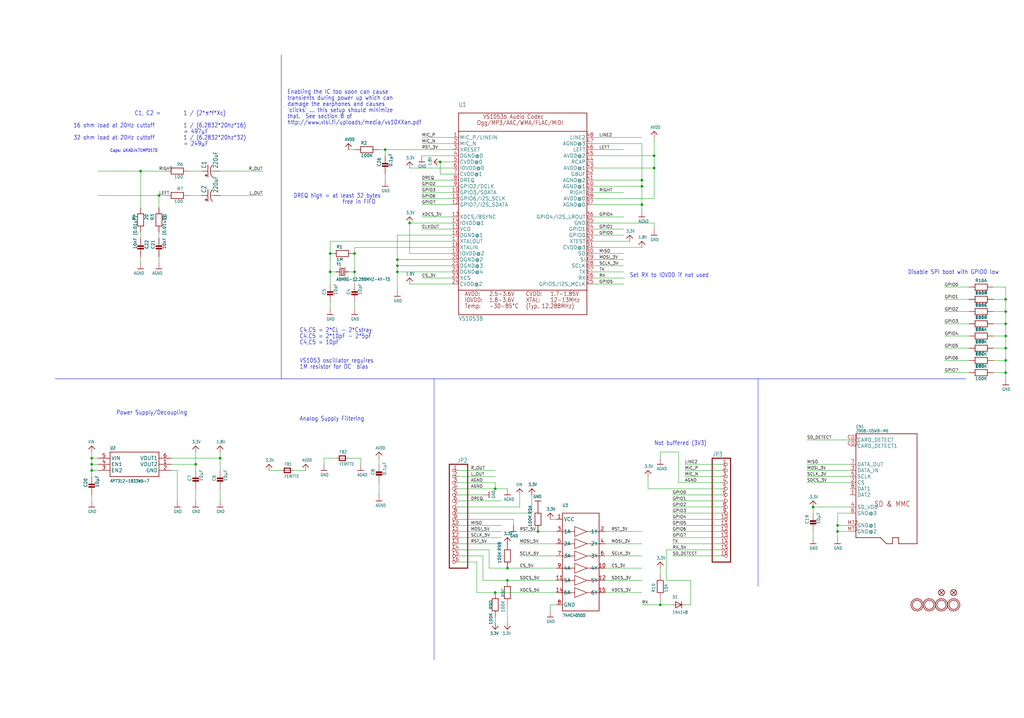
<source format=kicad_sch>
(kicad_sch (version 20250114) (generator "eeschema") (generator_version "9.0")
  (paper "User" 425.45 298.602)
  (text "= 497µF" (at 76.2 55.88 0) (effects (font (size 1.778 1.5113)) (justify left bottom)))
  (text "Not buffered (3V3)~{}" (at 271.78 185.42 0) (effects (font (size 1.778 1.5113)) (justify left bottom)))
  (text "free in FIFO" (at 142.24 85.09 0) (effects (font (size 1.778 1.5113)) (justify left bottom)))
  (text "Power Supply/Decoupling" (at 48.26 172.72 0) (effects (font (size 1.778 1.5113)) (justify left bottom)))
  (text "32 ohm load at 20Hz cuttoff" (at 30.48 58.42 0) (effects (font (size 1.778 1.5113)) (justify left bottom)))
  (text "= 249µF" (at 76.2 60.96 0) (effects (font (size 1.778 1.5113)) (justify left bottom)))
  (text "Analog Supply Filtering" (at 124.46 175.26 0) (effects (font (size 1.778 1.5113)) (justify left bottom)))
  (text "1M resistor for DC  bias" (at 124.46 153.67 0) (effects (font (size 1.778 1.5113)) (justify left bottom)))
  (text "C4,C5 = 10pF" (at 124.46 143.51 0) (effects (font (size 1.778 1.5113)) (justify left bottom)))
  (text "'clicks' ... this setup should minimize" (at 119.38 46.99 0) (effects (font (size 1.778 1.5113)) (justify left bottom)))
  (text "C4,C5 = 2*10pF - 2*5pF" (at 124.46 140.97 0) (effects (font (size 1.778 1.5113)) (justify left bottom)))
  (text "Caps: UKA0J471MPD1TD" (at 45.72 63.5 0) (effects (font (size 1.27 1.0795)) (justify left bottom)))
  (text "16 ohm load at 20Hz cuttoff" (at 30.48 53.34 0) (effects (font (size 1.778 1.5113)) (justify left bottom)))
  (text "1 / (6.2832*20hz*16)" (at 76.2 53.34 0) (effects (font (size 1.778 1.5113)) (justify left bottom)))
  (text "Set RX to IOVDD if not used" (at 261.62 115.57 0) (effects (font (size 1.778 1.5113)) (justify left bottom)))
  (text "http://www.vlsi.fi/uploads/media/vs10XXan.pdf" (at 119.38 52.07 0) (effects (font (size 1.778 1.5113)) (justify left bottom)))
  (text "that.  See section 8 of" (at 119.38 49.53 0) (effects (font (size 1.778 1.5113)) (justify left bottom)))
  (text "DREQ high = at least 32 bytes" (at 121.92 82.55 0) (effects (font (size 1.778 1.5113)) (justify left bottom)))
  (text "1 / (6.2832*20hz*32)" (at 76.2 58.42 0) (effects (font (size 1.778 1.5113)) (justify left bottom)))
  (text "C4,C5 = 2*CL - 2*Cstray" (at 124.46 138.43 0) (effects (font (size 1.778 1.5113)) (justify left bottom)))
  (text "VS1053 oscillator requires" (at 124.46 151.13 0) (effects (font (size 1.778 1.5113)) (justify left bottom)))
  (text "Enabling the IC too soon can cause" (at 119.38 39.37 0) (effects (font (size 1.778 1.5113)) (justify left bottom)))
  (text "C1, C2 =" (at 55.88 48.26 0) (effects (font (size 1.778 1.5113)) (justify left bottom)))
  (text "Disable SPI boot with GPIO0 low" (at 377.19 114.3 0) (effects (font (size 1.778 1.5113)) (justify left bottom)))
  (text "damage the earphones and causes" (at 119.38 44.45 0) (effects (font (size 1.778 1.5113)) (justify left bottom)))
  (text "transients during power up which can" (at 119.38 41.91 0) (effects (font (size 1.778 1.5113)) (justify left bottom)))
  (text "1 / (2*π*f*Xc)" (at 76.2 48.26 0) (effects (font (size 1.778 1.5113)) (justify left bottom)))
  (junction (at 274.32 251.46))
  (junction (at 147.32 113.03))
  (junction (at 182.88 67.31))
  (junction (at 417.83 139.7))
  (junction (at 38.1 193.04))
  (junction (at 417.83 129.54))
  (junction (at 165.1 113.03))
  (junction (at 271.78 69.85))
  (junction (at 165.1 107.95))
  (junction (at 266.7 85.09))
  (junction (at 38.1 190.5))
  (junction (at 81.28 193.04))
  (junction (at 223.52 220.98))
  (junction (at 337.82 210.82))
  (junction (at 91.44 190.5))
  (junction (at 147.32 105.41))
  (junction (at 38.1 195.58))
  (junction (at 210.82 241.3))
  (junction (at 165.1 110.49))
  (junction (at 66.04 81.28))
  (junction (at 160.02 62.23))
  (junction (at 417.83 134.62))
  (junction (at 137.16 113.03))
  (junction (at 205.74 246.38))
  (junction (at 170.18 92.71))
  (junction (at 137.16 105.41))
  (junction (at 266.7 77.47))
  (junction (at 417.83 124.46))
  (junction (at 417.83 144.78))
  (junction (at 266.7 74.93))
  (junction (at 58.42 71.12))
  (junction (at 347.98 218.44))
  (junction (at 271.78 64.77))
  (junction (at 417.83 154.94))
  (junction (at 417.83 149.86))
  (junction (at 210.82 236.22))
  (junction (at 347.98 220.98))
  (junction (at 205.74 203.2))
  (wire (pts (xy 137.16 105.41) (xy 137.16 113.03)) (stroke (width 0.1524)))
  (wire (pts (xy 274.32 251.46) (xy 266.7 251.46)) (stroke (width 0.1524)))
  (wire (pts (xy 215.9 220.98) (xy 223.52 220.98)) (stroke (width 0.1524)))
  (wire (pts (xy 402.59 149.86) (xy 392.43 149.86)) (stroke (width 0.1524)))
  (wire (pts (xy 402.59 154.94) (xy 392.43 154.94)) (stroke (width 0.1524)))
  (wire (pts (xy 187.96 62.23) (xy 160.02 62.23)) (stroke (width 0.1524)))
  (wire (pts (xy 246.38 59.69) (xy 266.7 59.69)) (stroke (width 0.1524)))
  (wire (pts (xy 190.5 195.58) (xy 205.74 195.58)) (stroke (width 0.1524)))
  (wire (pts (xy 284.48 195.58) (xy 299.72 195.58)) (stroke (width 0.1524)))
  (wire (pts (xy 187.96 59.69) (xy 175.26 59.69)) (stroke (width 0.1524)))
  (wire (pts (xy 170.18 105.41) (xy 170.18 92.71)) (stroke (width 0.1524)))
  (wire (pts (xy 137.16 100.33) (xy 137.16 105.41)) (stroke (width 0.1524)))
  (wire (pts (xy 287.02 241.3) (xy 276.86 241.3)) (stroke (width 0.1524)))
  (wire (pts (xy 246.38 102.87) (xy 266.7 102.87)) (stroke (width 0.1524)))
  (wire (pts (xy 246.38 77.47) (xy 266.7 77.47)) (stroke (width 0.1524)))
  (wire (pts (xy 187.96 57.15) (xy 175.26 57.15)) (stroke (width 0.1524)))
  (wire (pts (xy 246.38 74.93) (xy 266.7 74.93)) (stroke (width 0.1524)))
  (wire (pts (xy 187.96 80.01) (xy 175.26 80.01)) (stroke (width 0.1524)))
  (wire (pts (xy 271.78 69.85) (xy 271.78 82.55)) (stroke (width 0.1524)))
  (wire (pts (xy 134.62 193.04) (xy 134.62 190.5)) (stroke (width 0.1524)))
  (wire (pts (xy 274.32 251.46) (xy 274.32 248.92)) (stroke (width 0.1524)))
  (wire (pts (xy 187.96 82.55) (xy 175.26 82.55)) (stroke (width 0.1524)))
  (wire (pts (xy 271.78 57.15) (xy 271.78 64.77)) (stroke (width 0.1524)))
  (wire (pts (xy 276.86 241.3) (xy 276.86 228.6)) (stroke (width 0.1524)))
  (wire (pts (xy 353.06 193.04) (xy 335.28 193.04)) (stroke (width 0.1524)))
  (wire (pts (xy 187.96 118.11) (xy 170.18 118.11)) (stroke (width 0.1524)))
  (wire (pts (xy 246.38 69.85) (xy 271.78 69.85)) (stroke (width 0.1524)))
  (wire (pts (xy 353.06 200.66) (xy 335.28 200.66)) (stroke (width 0.1524)))
  (wire (pts (xy 187.96 107.95) (xy 165.1 107.95)) (stroke (width 0.1524)))
  (wire (pts (xy 210.82 236.22) (xy 203.2 236.22)) (stroke (width 0.1524)))
  (wire (pts (xy 205.74 203.2) (xy 210.82 203.2)) (stroke (width 0.1524)))
  (wire (pts (xy 220.98 213.36) (xy 220.98 205.74)) (stroke (width 0.1524)))
  (wire (pts (xy 231.14 231.14) (xy 215.9 231.14)) (stroke (width 0.1524)))
  (wire (pts (xy 284.48 251.46) (xy 287.02 251.46)) (stroke (width 0.1524)))
  (wire (pts (xy 165.1 113.03) (xy 165.1 120.65)) (stroke (width 0.1524)))
  (wire (pts (xy 274.32 238.76) (xy 274.32 236.22)) (stroke (width 0.1524)))
  (wire (pts (xy 81.28 203.2) (xy 81.28 208.28)) (stroke (width 0.1524)))
  (wire (pts (xy 190.5 210.82) (xy 215.9 210.82)) (stroke (width 0.1524)))
  (wire (pts (xy 299.72 200.66) (xy 281.94 200.66)) (stroke (width 0.1524)))
  (wire (pts (xy 190.5 226.06) (xy 208.28 226.06)) (stroke (width 0.1524)))
  (wire (pts (xy 187.96 97.79) (xy 165.1 97.79)) (stroke (width 0.1524)))
  (wire (pts (xy 139.7 113.03) (xy 137.16 113.03)) (stroke (width 0.1524)))
  (wire (pts (xy 187.96 115.57) (xy 175.26 115.57)) (stroke (width 0.1524)))
  (wire (pts (xy 190.5 198.12) (xy 205.74 198.12)) (stroke (width 0.1524)))
  (wire (pts (xy 40.64 193.04) (xy 38.1 193.04)) (stroke (width 0.1524)))
  (wire (pts (xy 392.43 144.78) (xy 402.59 144.78)) (stroke (width 0.1524)))
  (wire (pts (xy 40.64 195.58) (xy 38.1 195.58)) (stroke (width 0.1524)))
  (wire (pts (xy 299.72 231.14) (xy 279.4 231.14)) (stroke (width 0.1524)))
  (wire (pts (xy 299.72 215.9) (xy 279.4 215.9)) (stroke (width 0.1524)))
  (wire (pts (xy 160.02 72.39) (xy 160.02 74.93)) (stroke (width 0.1524)))
  (wire (pts (xy 412.75 149.86) (xy 417.83 149.86)) (stroke (width 0.1524)))
  (wire (pts (xy 392.43 139.7) (xy 402.59 139.7)) (stroke (width 0.1524)))
  (wire (pts (xy 299.72 210.82) (xy 279.4 210.82)) (stroke (width 0.1524)))
  (wire (pts (xy 271.78 64.77) (xy 271.78 69.85)) (stroke (width 0.1524)))
  (wire (pts (xy 246.38 115.57) (xy 259.08 115.57)) (stroke (width 0.1524)))
  (wire (pts (xy 223.52 220.98) (xy 231.14 220.98)) (stroke (width 0.1524)))
  (wire (pts (xy 231.14 251.46) (xy 228.6 251.46)) (stroke (width 0.1524)))
  (wire (pts (xy 190.5 213.36) (xy 220.98 213.36)) (stroke (width 0.1524)))
  (wire (pts (xy 91.44 190.5) (xy 91.44 195.58)) (stroke (width 0.1524)))
  (wire (pts (xy 246.38 97.79) (xy 259.08 97.79)) (stroke (width 0.1524)))
  (wire (pts (xy 187.96 105.41) (xy 170.18 105.41)) (stroke (width 0.1524)))
  (wire (pts (xy 187.96 67.31) (xy 182.88 67.31)) (stroke (width 0.1524)))
  (polyline (pts (xy 22.86 157.48) (xy 116.84 157.48)) (stroke (width 0.1524) (type solid)))
  (wire (pts (xy 208.28 218.44) (xy 190.5 218.44)) (stroke (width 0.1524)))
  (wire (pts (xy 271.78 92.71) (xy 271.78 95.25)) (stroke (width 0.1524)))
  (wire (pts (xy 149.86 190.5) (xy 149.86 193.04)) (stroke (width 0.1524)))
  (wire (pts (xy 231.14 215.9) (xy 228.6 215.9)) (stroke (width 0.1524)))
  (wire (pts (xy 205.74 256.54) (xy 205.74 259.08)) (stroke (width 0.1524)))
  (wire (pts (xy 200.66 231.14) (xy 190.5 231.14)) (stroke (width 0.1524)))
  (wire (pts (xy 187.96 69.85) (xy 170.18 69.85)) (stroke (width 0.1524)))
  (wire (pts (xy 71.12 193.04) (xy 81.28 193.04)) (stroke (width 0.1524)))
  (wire (pts (xy 210.82 241.3) (xy 200.66 241.3)) (stroke (width 0.1524)))
  (wire (pts (xy 144.78 113.03) (xy 147.32 113.03)) (stroke (width 0.1524)))
  (wire (pts (xy 187.96 100.33) (xy 137.16 100.33)) (stroke (width 0.1524)))
  (wire (pts (xy 347.98 218.44) (xy 347.98 220.98)) (stroke (width 0.1524)))
  (wire (pts (xy 187.96 77.47) (xy 175.26 77.47)) (stroke (width 0.1524)))
  (wire (pts (xy 417.83 124.46) (xy 417.83 129.54)) (stroke (width 0.1524)))
  (wire (pts (xy 187.96 90.17) (xy 175.26 90.17)) (stroke (width 0.1524)))
  (wire (pts (xy 81.28 193.04) (xy 81.28 187.96)) (stroke (width 0.1524)))
  (wire (pts (xy 144.78 190.5) (xy 149.86 190.5)) (stroke (width 0.1524)))
  (wire (pts (xy 299.72 193.04) (xy 284.48 193.04)) (stroke (width 0.1524)))
  (wire (pts (xy 190.5 203.2) (xy 205.74 203.2)) (stroke (width 0.1524)))
  (wire (pts (xy 246.38 82.55) (xy 271.78 82.55)) (stroke (width 0.1524)))
  (wire (pts (xy 231.14 241.3) (xy 210.82 241.3)) (stroke (width 0.1524)))
  (wire (pts (xy 347.98 213.36) (xy 347.98 218.44)) (stroke (width 0.1524)))
  (wire (pts (xy 279.4 251.46) (xy 274.32 251.46)) (stroke (width 0.1524)))
  (wire (pts (xy 417.83 154.94) (xy 417.83 157.48)) (stroke (width 0.1524)))
  (wire (pts (xy 190.5 208.28) (xy 208.28 208.28)) (stroke (width 0.1524)))
  (wire (pts (xy 66.04 81.28) (xy 40.64 81.28)) (stroke (width 0.1524)))
  (wire (pts (xy 228.6 251.46) (xy 228.6 254)) (stroke (width 0.1524)))
  (wire (pts (xy 111.76 195.58) (xy 116.84 195.58)) (stroke (width 0.1524)))
  (wire (pts (xy 147.32 113.03) (xy 147.32 118.11)) (stroke (width 0.1524)))
  (wire (pts (xy 299.72 223.52) (xy 279.4 223.52)) (stroke (width 0.1524)))
  (wire (pts (xy 412.75 144.78) (xy 417.83 144.78)) (stroke (width 0.1524)))
  (wire (pts (xy 38.1 205.74) (xy 38.1 208.28)) (stroke (width 0.1524)))
  (wire (pts (xy 412.75 154.94) (xy 417.83 154.94)) (stroke (width 0.1524)))
  (wire (pts (xy 251.46 220.98) (xy 266.7 220.98)) (stroke (width 0.1524)))
  (wire (pts (xy 246.38 64.77) (xy 271.78 64.77)) (stroke (width 0.1524)))
  (wire (pts (xy 269.24 203.2) (xy 299.72 203.2)) (stroke (width 0.1524)))
  (wire (pts (xy 190.5 215.9) (xy 213.36 215.9)) (stroke (width 0.1524)))
  (wire (pts (xy 190.5 223.52) (xy 208.28 223.52)) (stroke (width 0.1524)))
  (wire (pts (xy 246.38 118.11) (xy 259.08 118.11)) (stroke (width 0.1524)))
  (wire (pts (xy 147.32 62.23) (xy 144.78 62.23)) (stroke (width 0.1524)))
  (wire (pts (xy 187.96 64.77) (xy 175.26 64.77)) (stroke (width 0.1524)))
  (wire (pts (xy 198.12 246.38) (xy 198.12 233.68)) (stroke (width 0.1524)))
  (wire (pts (xy 81.28 193.04) (xy 81.28 195.58)) (stroke (width 0.1524)))
  (wire (pts (xy 337.82 220.98) (xy 337.82 223.52)) (stroke (width 0.1524)))
  (wire (pts (xy 353.06 198.12) (xy 335.28 198.12)) (stroke (width 0.1524)))
  (wire (pts (xy 299.72 208.28) (xy 279.4 208.28)) (stroke (width 0.1524)))
  (wire (pts (xy 246.38 110.49) (xy 259.08 110.49)) (stroke (width 0.1524)))
  (wire (pts (xy 38.1 195.58) (xy 38.1 193.04)) (stroke (width 0.1524)))
  (wire (pts (xy 266.7 74.93) (xy 266.7 77.47)) (stroke (width 0.1524)))
  (wire (pts (xy 58.42 96.52) (xy 58.42 99.06)) (stroke (width 0.1524)))
  (wire (pts (xy 246.38 85.09) (xy 266.7 85.09)) (stroke (width 0.1524)))
  (wire (pts (xy 266.7 226.06) (xy 251.46 226.06)) (stroke (width 0.1524)))
  (wire (pts (xy 402.59 129.54) (xy 392.43 129.54)) (stroke (width 0.1524)))
  (wire (pts (xy 165.1 97.79) (xy 165.1 107.95)) (stroke (width 0.1524)))
  (wire (pts (xy 412.75 134.62) (xy 417.83 134.62)) (stroke (width 0.1524)))
  (wire (pts (xy 190.5 220.98) (xy 208.28 220.98)) (stroke (width 0.1524)))
  (wire (pts (xy 246.38 95.25) (xy 259.08 95.25)) (stroke (width 0.1524)))
  (wire (pts (xy 91.44 81.28) (xy 109.22 81.28)) (stroke (width 0.1524)))
  (wire (pts (xy 269.24 198.12) (xy 269.24 203.2)) (stroke (width 0.1524)))
  (wire (pts (xy 266.7 59.69) (xy 266.7 74.93)) (stroke (width 0.1524)))
  (wire (pts (xy 402.59 134.62) (xy 392.43 134.62)) (stroke (width 0.1524)))
  (wire (pts (xy 137.16 113.03) (xy 137.16 118.11)) (stroke (width 0.1524)))
  (wire (pts (xy 147.32 125.73) (xy 147.32 128.27)) (stroke (width 0.1524)))
  (wire (pts (xy 246.38 92.71) (xy 271.78 92.71)) (stroke (width 0.1524)))
  (wire (pts (xy 215.9 210.82) (xy 215.9 205.74)) (stroke (width 0.1524)))
  (wire (pts (xy 182.88 72.39) (xy 182.88 67.31)) (stroke (width 0.1524)))
  (wire (pts (xy 231.14 236.22) (xy 210.82 236.22)) (stroke (width 0.1524)))
  (wire (pts (xy 353.06 195.58) (xy 335.28 195.58)) (stroke (width 0.1524)))
  (wire (pts (xy 281.94 187.96) (xy 281.94 200.66)) (stroke (width 0.1524)))
  (wire (pts (xy 347.98 220.98) (xy 347.98 223.52)) (stroke (width 0.1524)))
  (wire (pts (xy 187.96 102.87) (xy 147.32 102.87)) (stroke (width 0.1524)))
  (wire (pts (xy 246.38 80.01) (xy 259.08 80.01)) (stroke (width 0.1524)))
  (wire (pts (xy 287.02 251.46) (xy 287.02 241.3)) (stroke (width 0.1524)))
  (wire (pts (xy 147.32 102.87) (xy 147.32 105.41)) (stroke (width 0.1524)))
  (wire (pts (xy 251.46 246.38) (xy 266.7 246.38)) (stroke (width 0.1524)))
  (wire (pts (xy 198.12 233.68) (xy 190.5 233.68)) (stroke (width 0.1524)))
  (wire (pts (xy 66.04 106.68) (xy 66.04 109.22)) (stroke (width 0.1524)))
  (wire (pts (xy 266.7 77.47) (xy 266.7 85.09)) (stroke (width 0.1524)))
  (wire (pts (xy 417.83 119.38) (xy 417.83 124.46)) (stroke (width 0.1524)))
  (wire (pts (xy 165.1 107.95) (xy 165.1 110.49)) (stroke (width 0.1524)))
  (wire (pts (xy 299.72 220.98) (xy 279.4 220.98)) (stroke (width 0.1524)))
  (wire (pts (xy 392.43 119.38) (xy 402.59 119.38)) (stroke (width 0.1524)))
  (wire (pts (xy 187.96 95.25) (xy 175.26 95.25)) (stroke (width 0.1524)))
  (wire (pts (xy 412.75 129.54) (xy 417.83 129.54)) (stroke (width 0.1524)))
  (wire (pts (xy 299.72 226.06) (xy 279.4 226.06)) (stroke (width 0.1524)))
  (wire (pts (xy 200.66 205.74) (xy 190.5 205.74)) (stroke (width 0.1524)))
  (wire (pts (xy 165.1 110.49) (xy 165.1 113.03)) (stroke (width 0.1524)))
  (wire (pts (xy 200.66 241.3) (xy 200.66 231.14)) (stroke (width 0.1524)))
  (polyline (pts (xy 180.34 157.48) (xy 314.96 157.48)) (stroke (width 0.1524) (type solid)))
  (wire (pts (xy 274.32 187.96) (xy 274.32 190.5)) (stroke (width 0.1524)))
  (wire (pts (xy 68.58 81.28) (xy 66.04 81.28)) (stroke (width 0.1524)))
  (polyline (pts (xy 116.84 157.48) (xy 180.34 157.48)) (stroke (width 0.1524) (type solid)))
  (wire (pts (xy 78.74 71.12) (xy 83.82 71.12)) (stroke (width 0.1524)))
  (wire (pts (xy 38.1 190.5) (xy 38.1 187.96)) (stroke (width 0.1524)))
  (wire (pts (xy 246.38 113.03) (xy 259.08 113.03)) (stroke (width 0.1524)))
  (wire (pts (xy 246.38 90.17) (xy 259.08 90.17)) (stroke (width 0.1524)))
  (wire (pts (xy 160.02 62.23) (xy 160.02 64.77)) (stroke (width 0.1524)))
  (wire (pts (xy 417.83 134.62) (xy 417.83 139.7)) (stroke (width 0.1524)))
  (wire (pts (xy 187.96 74.93) (xy 175.26 74.93)) (stroke (width 0.1524)))
  (wire (pts (xy 91.44 71.12) (xy 109.22 71.12)) (stroke (width 0.1524)))
  (wire (pts (xy 251.46 241.3) (xy 266.7 241.3)) (stroke (width 0.1524)))
  (wire (pts (xy 187.96 110.49) (xy 165.1 110.49)) (stroke (width 0.1524)))
  (wire (pts (xy 284.48 198.12) (xy 299.72 198.12)) (stroke (width 0.1524)))
  (wire (pts (xy 251.46 236.22) (xy 266.7 236.22)) (stroke (width 0.1524)))
  (wire (pts (xy 246.38 105.41) (xy 259.08 105.41)) (stroke (width 0.1524)))
  (wire (pts (xy 137.16 125.73) (xy 137.16 128.27)) (stroke (width 0.1524)))
  (wire (pts (xy 147.32 105.41) (xy 147.32 113.03)) (stroke (width 0.1524)))
  (wire (pts (xy 417.83 144.78) (xy 417.83 149.86)) (stroke (width 0.1524)))
  (wire (pts (xy 205.74 246.38) (xy 198.12 246.38)) (stroke (width 0.1524)))
  (wire (pts (xy 213.36 215.9) (xy 213.36 218.44)) (stroke (width 0.1524)))
  (wire (pts (xy 392.43 124.46) (xy 402.59 124.46)) (stroke (width 0.1524)))
  (wire (pts (xy 231.14 246.38) (xy 205.74 246.38)) (stroke (width 0.1524)))
  (wire (pts (xy 412.75 119.38) (xy 417.83 119.38)) (stroke (width 0.1524)))
  (wire (pts (xy 91.44 190.5) (xy 91.44 187.96)) (stroke (width 0.1524)))
  (wire (pts (xy 160.02 62.23) (xy 157.48 62.23)) (stroke (width 0.1524)))
  (wire (pts (xy 274.32 187.96) (xy 281.94 187.96)) (stroke (width 0.1524)))
  (wire (pts (xy 299.72 228.6) (xy 276.86 228.6)) (stroke (width 0.1524)))
  (wire (pts (xy 58.42 106.68) (xy 58.42 109.22)) (stroke (width 0.1524)))
  (polyline (pts (xy 314.96 157.48) (xy 401.32 157.48)) (stroke (width 0.1524) (type solid)))
  (wire (pts (xy 58.42 71.12) (xy 58.42 86.36)) (stroke (width 0.1524)))
  (wire (pts (xy 78.74 81.28) (xy 83.82 81.28)) (stroke (width 0.1524)))
  (wire (pts (xy 187.96 113.03) (xy 165.1 113.03)) (stroke (width 0.1524)))
  (wire (pts (xy 299.72 213.36) (xy 279.4 213.36)) (stroke (width 0.1524)))
  (wire (pts (xy 203.2 236.22) (xy 203.2 228.6)) (stroke (width 0.1524)))
  (wire (pts (xy 157.48 190.5) (xy 157.48 193.04)) (stroke (width 0.1524)))
  (wire (pts (xy 353.06 220.98) (xy 347.98 220.98)) (stroke (width 0.1524)))
  (wire (pts (xy 353.06 182.88) (xy 335.28 182.88)) (stroke (width 0.1524)))
  (wire (pts (xy 417.83 139.7) (xy 417.83 144.78)) (stroke (width 0.1524)))
  (wire (pts (xy 73.66 195.58) (xy 73.66 208.28)) (stroke (width 0.1524)))
  (wire (pts (xy 246.38 62.23) (xy 259.08 62.23)) (stroke (width 0.1524)))
  (wire (pts (xy 187.96 72.39) (xy 182.88 72.39)) (stroke (width 0.1524)))
  (wire (pts (xy 58.42 71.12) (xy 40.64 71.12)) (stroke (width 0.1524)))
  (wire (pts (xy 205.74 200.66) (xy 205.74 203.2)) (stroke (width 0.1524)))
  (wire (pts (xy 246.38 57.15) (xy 266.7 57.15)) (stroke (width 0.1524)))
  (wire (pts (xy 187.96 92.71) (xy 170.18 92.71)) (stroke (width 0.1524)))
  (wire (pts (xy 91.44 203.2) (xy 91.44 208.28)) (stroke (width 0.1524)))
  (wire (pts (xy 417.83 149.86) (xy 417.83 154.94)) (stroke (width 0.1524)))
  (wire (pts (xy 38.1 193.04) (xy 38.1 190.5)) (stroke (width 0.1524)))
  (wire (pts (xy 71.12 195.58) (xy 73.66 195.58)) (stroke (width 0.1524)))
  (wire (pts (xy 40.64 190.5) (xy 38.1 190.5)) (stroke (width 0.1524)))
  (wire (pts (xy 66.04 96.52) (xy 66.04 99.06)) (stroke (width 0.1524)))
  (wire (pts (xy 68.58 71.12) (xy 58.42 71.12)) (stroke (width 0.1524)))
  (wire (pts (xy 38.1 195.58) (xy 38.1 198.12)) (stroke (width 0.1524)))
  (wire (pts (xy 210.82 251.46) (xy 210.82 259.08)) (stroke (width 0.1524)))
  (wire (pts (xy 299.72 218.44) (xy 279.4 218.44)) (stroke (width 0.1524)))
  (wire (pts (xy 71.12 190.5) (xy 91.44 190.5)) (stroke (width 0.1524)))
  (wire (pts (xy 266.7 85.09) (xy 266.7 87.63)) (stroke (width 0.1524)))
  (wire (pts (xy 66.04 81.28) (xy 66.04 86.36)) (stroke (width 0.1524)))
  (wire (pts (xy 246.38 107.95) (xy 259.08 107.95)) (stroke (width 0.1524)))
  (wire (pts (xy 246.38 100.33) (xy 261.62 100.33)) (stroke (width 0.1524)))
  (wire (pts (xy 251.46 231.14) (xy 266.7 231.14)) (stroke (width 0.1524)))
  (wire (pts (xy 231.14 226.06) (xy 215.9 226.06)) (stroke (width 0.1524)))
  (wire (pts (xy 299.72 205.74) (xy 279.4 205.74)) (stroke (width 0.1524)))
  (wire (pts (xy 134.62 190.5) (xy 139.7 190.5)) (stroke (width 0.1524)))
  (wire (pts (xy 337.82 210.82) (xy 337.82 213.36)) (stroke (width 0.1524)))
  (wire (pts (xy 417.83 129.54) (xy 417.83 134.62)) (stroke (width 0.1524)))
  (wire (pts (xy 203.2 228.6) (xy 190.5 228.6)) (stroke (width 0.1524)))
  (wire (pts (xy 412.75 139.7) (xy 417.83 139.7)) (stroke (width 0.1524)))
  (polyline (pts (xy 180.34 157.48) (xy 180.34 274.32)) (stroke (width 0.1524) (type solid)))
  (wire (pts (xy 353.06 213.36) (xy 347.98 213.36)) (stroke (width 0.1524)))
  (wire (pts (xy 412.75 124.46) (xy 417.83 124.46)) (stroke (width 0.1524)))
  (wire (pts (xy 353.06 218.44) (xy 347.98 218.44)) (stroke (width 0.1524)))
  (wire (pts (xy 190.5 200.66) (xy 205.74 200.66)) (stroke (width 0.1524)))
  (polyline (pts (xy 314.96 157.48) (xy 314.96 243.84)) (stroke (width 0.1524) (type solid)))
  (polyline (pts (xy 116.84 22.86) (xy 116.84 157.48)) (stroke (width 0.1524) (type solid)))
  (wire (pts (xy 187.96 85.09) (xy 175.26 85.09)) (stroke (width 0.1524)))
  (wire (pts (xy 353.06 210.82) (xy 337.82 210.82)) (stroke (width 0.1524)))
  (wire (pts (xy 121.92 195.58) (xy 127 195.58)) (stroke (width 0.1524)))
  (wire (pts (xy 157.48 200.66) (xy 157.48 205.74)) (stroke (width 0.1524)))
  (label "SCLK_3V" (at 335.28 198.12 0) (effects (font (size 1.2446 1.2446))))
  (label "GPIO4" (at 248.92 90.17 0) (effects (font (size 1.2446 1.2446))))
  (label "GPIO4" (at 279.4 215.9 0) (effects (font (size 1.2446 1.2446))))
  (label "AGND" (at 284.48 200.66 0) (effects (font (size 1.2446 1.2446))))
  (label "MIC_N" (at 284.48 198.12 0) (effects (font (size 1.2446 1.2446))))
  (label "LINE2" (at 248.92 57.15 0) (effects (font (size 1.2446 1.2446))))
  (label "SD_DETECT" (at 335.28 182.88 0) (effects (font (size 1.2446 1.2446))))
  (label "RST_5V" (at 195.58 226.06 0) (effects (font (size 1.2446 1.2446))))
  (label "MOSI_3V" (at 254 226.06 0) (effects (font (size 1.2446 1.2446))))
  (label "DREQ" (at 195.58 208.28 0) (effects (font (size 1.2446 1.2446))))
  (label "AGND" (at 195.58 203.2 0) (effects (font (size 1.2446 1.2446))))
  (label "R_OUT" (at 195.58 195.58 0) (effects (font (size 1.2446 1.2446))))
  (label "GPIO5" (at 392.43 144.78 0) (effects (font (size 1.2446 1.2446))))
  (label "LEFT" (at 248.92 62.23 0) (effects (font (size 1.2446 1.2446))))
  (label "GPIO0" (at 248.92 97.79 0) (effects (font (size 1.2446 1.2446))))
  (label "GPIO6" (at 175.26 82.55 0) (effects (font (size 1.2446 1.2446))))
  (label "GPIO0" (at 279.4 205.74 0) (effects (font (size 1.2446 1.2446))))
  (label "RX" (at 266.7 251.46 0) (effects (font (size 1.2446 1.2446))))
  (label "SDCS_3V" (at 254 241.3 0) (effects (font (size 1.2446 1.2446))))
  (label "GPIO0" (at 392.43 119.38 0) (effects (font (size 1.2446 1.2446))))
  (label "RST_3V" (at 175.26 62.23 0) (effects (font (size 1.2446 1.2446))))
  (label "RX" (at 248.92 115.57 0) (effects (font (size 1.2446 1.2446))))
  (label "GPIO5" (at 248.92 118.11 0) (effects (font (size 1.2446 1.2446))))
  (label "MIC_P" (at 284.48 195.58 0) (effects (font (size 1.2446 1.2446))))
  (label "GPIO3" (at 392.43 134.62 0) (effects (font (size 1.2446 1.2446))))
  (label "CS_3V" (at 254 236.22 0) (effects (font (size 1.2446 1.2446))))
  (label "GPIO1" (at 248.92 95.25 0) (effects (font (size 1.2446 1.2446))))
  (label "GPIO6" (at 279.4 220.98 0) (effects (font (size 1.2446 1.2446))))
  (label "GPIO1" (at 392.43 124.46 0) (effects (font (size 1.2446 1.2446))))
  (label "CS_3V" (at 175.26 115.57 0) (effects (font (size 1.2446 1.2446))))
  (label "MOSI_3V" (at 335.28 195.58 0) (effects (font (size 1.2446 1.2446))))
  (label "GPIO7" (at 392.43 154.94 0) (effects (font (size 1.2446 1.2446))))
  (label "LINE2" (at 284.48 193.04 0) (effects (font (size 1.2446 1.2446))))
  (label "R_OUT" (at 109.22 71.12 180) (effects (font (size 1.2446 1.2446))))
  (label "RST_5V" (at 215.9 220.98 0) (effects (font (size 1.2446 1.2446))))
  (label "XDCS_3V" (at 254 246.38 0) (effects (font (size 1.2446 1.2446))))
  (label "GPIO2" (at 392.43 129.54 0) (effects (font (size 1.2446 1.2446))))
  (label "TX" (at 279.4 226.06 0) (effects (font (size 1.2446 1.2446))))
  (label "SD_DETECT" (at 279.4 231.14 0) (effects (font (size 1.2446 1.2446))))
  (label "RST_3V" (at 254 220.98 0) (effects (font (size 1.2446 1.2446))))
  (label "MISO" (at 195.58 218.44 0) (effects (font (size 1.2446 1.2446))))
  (label "MOSI_3V" (at 248.92 107.95 0) (effects (font (size 1.2446 1.2446))))
  (label "GPIO4" (at 392.43 139.7 0) (effects (font (size 1.2446 1.2446))))
  (label "GPIO7" (at 279.4 223.52 0) (effects (font (size 1.2446 1.2446))))
  (label "SDCS_5V" (at 215.9 241.3 0) (effects (font (size 1.2446 1.2446))))
  (label "XDCS_3V" (at 175.26 90.17 0) (effects (font (size 1.2446 1.2446))))
  (label "LEFT" (at 66.04 81.28 0) (effects (font (size 1.2446 1.2446))))
  (label "L_OUT" (at 109.22 81.28 180) (effects (font (size 1.2446 1.2446))))
  (label "MOSI_5V" (at 195.58 220.98 0) (effects (font (size 1.2446 1.2446))))
  (label "GPIO6" (at 392.43 149.86 0) (effects (font (size 1.2446 1.2446))))
  (label "RIGHT" (at 66.04 71.12 0) (effects (font (size 1.2446 1.2446))))
  (label "GPIO5" (at 279.4 218.44 0) (effects (font (size 1.2446 1.2446))))
  (label "MISO" (at 335.28 193.04 0) (effects (font (size 1.2446 1.2446))))
  (label "DREQ" (at 175.26 74.93 0) (effects (font (size 1.2446 1.2446))))
  (label "GPIO2" (at 175.26 77.47 0) (effects (font (size 1.2446 1.2446))))
  (label "SCLK_3V" (at 248.92 110.49 0) (effects (font (size 1.2446 1.2446))))
  (label "GPIO3" (at 279.4 213.36 0) (effects (font (size 1.2446 1.2446))))
  (label "SCLK_5V" (at 215.9 231.14 0) (effects (font (size 1.2446 1.2446))))
  (label "RIGHT" (at 248.92 80.01 0) (effects (font (size 1.2446 1.2446))))
  (label "GPIO7" (at 175.26 85.09 0) (effects (font (size 1.2446 1.2446))))
  (label "XDCS_5V" (at 215.9 246.38 0) (effects (font (size 1.2446 1.2446))))
  (label "TX" (at 248.92 113.03 0) (effects (font (size 1.2446 1.2446))))
  (label "SDCS_3V" (at 335.28 200.66 0) (effects (font (size 1.2446 1.2446))))
  (label "CS_5V" (at 215.9 236.22 0) (effects (font (size 1.2446 1.2446))))
  (label "CLKOUT" (at 175.26 95.25 0) (effects (font (size 1.2446 1.2446))))
  (label "SCLK_5V" (at 195.58 223.52 0) (effects (font (size 1.2446 1.2446))))
  (label "AGND" (at 195.58 200.66 0) (effects (font (size 1.2446 1.2446))))
  (label "SCLK_3V" (at 254 231.14 0) (effects (font (size 1.2446 1.2446))))
  (label "MIC_N" (at 175.26 59.69 0) (effects (font (size 1.2446 1.2446))))
  (label "L_OUT" (at 195.58 198.12 0) (effects (font (size 1.2446 1.2446))))
  (label "GPIO1" (at 279.4 208.28 0) (effects (font (size 1.2446 1.2446))))
  (label "GPIO2" (at 279.4 210.82 0) (effects (font (size 1.2446 1.2446))))
  (label "GPIO3" (at 175.26 80.01 0) (effects (font (size 1.2446 1.2446))))
  (label "MOSI_5V" (at 215.9 226.06 0) (effects (font (size 1.2446 1.2446))))
  (label "MIC_P" (at 175.26 57.15 0) (effects (font (size 1.2446 1.2446))))
  (label "MISO" (at 248.92 105.41 0) (effects (font (size 1.2446 1.2446))))
  (label "RX_5V" (at 279.4 228.6 0) (effects (font (size 1.2446 1.2446))))
  (symbol (lib_id "Adafruit VS1053 Breakout-eagle-import:AGND") (at 66.04 111.76 0) (mirror y) (unit 1)
    (property "Reference" "#U$40" (effects (hide yes)))
    (property "Value" "AGND" (at 67.564 114.3 0) (effects (font (size 1.27 1.0795)) (justify left bottom)))
  )
  (symbol (lib_id "Adafruit VS1053 Breakout-eagle-import:CAP_CERAMIC_0805MP") (at 91.44 200.66 0) (unit 1)
    (property "Reference" "C6" (at 89.65 200.12 90) (effects (justify left bottom)))
    (property "Value" "10µF" (at 94.44 200.12 90) (effects (justify left bottom)))
    (property "Footprint" "Adafruit VS1053 Breakout:_0805MP" (effects (hide yes)))
  )
  (symbol (lib_id "Adafruit VS1053 Breakout-eagle-import:FIDUCIAL{dblquote}{dblquote}") (at 396.24 246.38 0) (unit 1)
    (property "Reference" "FID1" (effects (hide yes)))
    (property "Value" "FIDUCIAL{dblquote}{dblquote}" (effects (hide yes)))
    (property "Footprint" "Adafruit VS1053 Breakout:FIDUCIAL_1MM" (effects (hide yes)))
  )
  (symbol (lib_id "Adafruit VS1053 Breakout-eagle-import:FIDUCIAL{dblquote}{dblquote}") (at 391.16 246.38 0) (unit 1)
    (property "Reference" "FID2" (effects (hide yes)))
    (property "Value" "FIDUCIAL{dblquote}{dblquote}" (effects (hide yes)))
    (property "Footprint" "Adafruit VS1053 Breakout:FIDUCIAL_1MM" (effects (hide yes)))
  )
  (symbol (lib_id "Adafruit VS1053 Breakout-eagle-import:GND") (at 160.02 77.47 0) (unit 1)
    (property "Reference" "#U$46" (effects (hide yes)))
    (property "Value" "GND" (at 158.496 80.01 0) (effects (font (size 1.27 1.0795)) (justify left bottom)))
  )
  (symbol (lib_id "Adafruit VS1053 Breakout-eagle-import:CAP_CERAMIC_0805MP") (at 38.1 203.2 0) (unit 1)
    (property "Reference" "C20" (at 36.31 202.66 90) (effects (justify left bottom)))
    (property "Value" "10µF" (at 41.1 202.66 90) (effects (justify left bottom)))
    (property "Footprint" "Adafruit VS1053 Breakout:_0805MP" (effects (hide yes)))
  )
  (symbol (lib_id "Adafruit VS1053 Breakout-eagle-import:VIN") (at 38.1 185.42 0) (unit 1)
    (property "Reference" "#U$7" (effects (hide yes)))
    (property "Value" "VIN" (at 36.576 184.404 0) (effects (font (size 1.27 1.0795)) (justify left bottom)))
  )
  (symbol (lib_id "Adafruit VS1053 Breakout-eagle-import:3.3V") (at 210.82 223.52 0) (unit 1)
    (property "Reference" "#U$22" (effects (hide yes)))
    (property "Value" "3.3V" (at 209.296 222.504 0) (effects (font (size 1.27 1.0795)) (justify left bottom)))
  )
  (symbol (lib_id "Adafruit VS1053 Breakout-eagle-import:VIN") (at 215.9 203.2 0) (unit 1)
    (property "Reference" "#U$45" (effects (hide yes)))
    (property "Value" "VIN" (at 214.376 202.184 0) (effects (font (size 1.27 1.0795)) (justify left bottom)))
  )
  (symbol (lib_id "Adafruit VS1053 Breakout-eagle-import:RESISTOR_4PACK") (at 407.67 124.46 0) (unit 2)
    (property "Reference" "R16" (at 405.13 122.428 0) (effects (justify left bottom)))
    (property "Value" "100K" (at 405.13 127.635 0) (effects (justify left bottom)))
    (property "Footprint" "Adafruit VS1053 Breakout:RESPACK_4X0603" (effects (hide yes)))
  )
  (symbol (lib_id "Adafruit VS1053 Breakout-eagle-import:MOUNTINGHOLE3.0THIN") (at 396.24 251.46 0) (unit 1)
    (property "Reference" "U$50" (effects (hide yes)))
    (property "Value" "MOUNTINGHOLE3.0THIN" (effects (hide yes)))
    (property "Footprint" "Adafruit VS1053 Breakout:MOUNTINGHOLE_3.0_PLATEDTHIN" (effects (hide yes)))
  )
  (symbol (lib_id "Adafruit VS1053 Breakout-eagle-import:CAP_CERAMIC_0805MP") (at 147.32 123.19 0) (unit 1)
    (property "Reference" "C4" (at 145.53 122.65 90) (effects (justify left bottom)))
    (property "Value" "10pF" (at 150.32 122.65 90) (effects (justify left bottom)))
    (property "Footprint" "Adafruit VS1053 Breakout:_0805MP" (effects (hide yes)))
  )
  (symbol (lib_id "Adafruit VS1053 Breakout-eagle-import:3.3V") (at 274.32 233.68 0) (unit 1)
    (property "Reference" "#U$56" (effects (hide yes)))
    (property "Value" "3.3V" (at 272.796 232.664 0) (effects (font (size 1.27 1.0795)) (justify left bottom)))
  )
  (symbol (lib_id "Adafruit VS1053 Breakout-eagle-import:CPOL-USC") (at 86.36 81.28 90) (unit 1)
    (property "Reference" "C2" (at 85.725 80.264 0) (effects (font (size 1.778 1.5113)) (justify left bottom)))
    (property "Value" "220uF" (at 90.551 80.264 0) (effects (font (size 1.778 1.5113)) (justify left bottom)))
    (property "Footprint" "Adafruit VS1053 Breakout:PANASONIC_C" (effects (hide yes)))
  )
  (symbol (lib_id "Adafruit VS1053 Breakout-eagle-import:GND") (at 147.32 130.81 0) (unit 1)
    (property "Reference" "#U$21" (effects (hide yes)))
    (property "Value" "GND" (at 145.796 133.35 0) (effects (font (size 1.27 1.0795)) (justify left bottom)))
  )
  (symbol (lib_id "Adafruit VS1053 Breakout-eagle-import:RESISTOR_0805MP") (at 58.42 91.44 90) (mirror x) (unit 1)
    (property "Reference" "R4" (at 56.388 88.9 0) (effects (justify left bottom)))
    (property "Value" "20" (at 61.595 88.9 0) (effects (justify left bottom)))
    (property "Footprint" "Adafruit VS1053 Breakout:_0805MP" (effects (hide yes)))
  )
  (symbol (lib_id "Adafruit VS1053 Breakout-eagle-import:1.8V") (at 91.44 185.42 0) (unit 1)
    (property "Reference" "#U$2" (effects (hide yes)))
    (property "Value" "1.8V" (at 89.916 184.404 0) (effects (font (size 1.27 1.0795)) (justify left bottom)))
  )
  (symbol (lib_id "Adafruit VS1053 Breakout-eagle-import:RESISTOR_4PACK") (at 205.74 251.46 270) (unit 4)
    (property "Reference" "R9" (at 203.2 249.428 0) (effects (justify left bottom)))
    (property "Value" "100K" (at 203.2 254.635 0) (effects (justify left bottom)))
    (property "Footprint" "Adafruit VS1053 Breakout:RESPACK_4X0603" (effects (hide yes)))
  )
  (symbol (lib_id "Adafruit VS1053 Breakout-eagle-import:GND") (at 223.52 208.28 180) (unit 1)
    (property "Reference" "#U$5" (effects (hide yes)))
    (property "Value" "GND" (at 225.044 205.74 0) (effects (font (size 1.27 1.0795)) (justify left bottom)))
  )
  (symbol (lib_id "Adafruit VS1053 Breakout-eagle-import:MICROSD") (at 368.3 200.66 0) (unit 1)
    (property "Reference" "CN1" (at 355.6 178.054 0) (effects (font (size 1.27 1.0795)) (justify left bottom)))
    (property "Value" "2908-05WB-M6" (at 355.6 179.832 0) (effects (font (size 1.27 1.0795)) (justify left bottom)))
    (property "Footprint" "Adafruit VS1053 Breakout:MICROSD" (effects (hide yes)))
  )
  (symbol (lib_id "Adafruit VS1053 Breakout-eagle-import:GND") (at 137.16 130.81 0) (unit 1)
    (property "Reference" "#U$25" (effects (hide yes)))
    (property "Value" "GND" (at 135.636 133.35 0) (effects (font (size 1.27 1.0795)) (justify left bottom)))
  )
  (symbol (lib_id "Adafruit VS1053 Breakout-eagle-import:GND") (at 175.26 67.31 0) (unit 1)
    (property "Reference" "#U$14" (effects (hide yes)))
    (property "Value" "GND" (at 173.736 69.85 0) (effects (font (size 1.27 1.0795)) (justify left bottom)))
  )
  (symbol (lib_id "Adafruit VS1053 Breakout-eagle-import:CAP_CERAMIC_0805MP") (at 58.42 104.14 0) (mirror y) (unit 1)
    (property "Reference" "C22" (at 60.21 103.6 90) (effects (justify left bottom)))
    (property "Value" "10nF (0.01uF)" (at 55.42 103.6 90) (effects (justify left bottom)))
    (property "Footprint" "Adafruit VS1053 Breakout:_0805MP" (effects (hide yes)))
  )
  (symbol (lib_id "Adafruit VS1053 Breakout-eagle-import:GND") (at 417.83 160.02 0) (unit 1)
    (property "Reference" "#U$49" (effects (hide yes)))
    (property "Value" "GND" (at 416.306 162.56 0) (effects (font (size 1.27 1.0795)) (justify left bottom)))
  )
  (symbol (lib_id "Adafruit VS1053 Breakout-eagle-import:MOUNTINGHOLE3.0THIN") (at 381 251.46 0) (unit 1)
    (property "Reference" "U$53" (effects (hide yes)))
    (property "Value" "MOUNTINGHOLE3.0THIN" (effects (hide yes)))
    (property "Footprint" "Adafruit VS1053 Breakout:MOUNTINGHOLE_3.0_PLATEDTHIN" (effects (hide yes)))
  )
  (symbol (lib_id "Adafruit VS1053 Breakout-eagle-import:1.8V") (at 180.34 67.31 90) (unit 1)
    (property "Reference" "#U$11" (effects (hide yes)))
    (property "Value" "1.8V" (at 179.324 68.834 0) (effects (font (size 1.27 1.0795)) (justify left bottom)))
  )
  (symbol (lib_id "Adafruit VS1053 Breakout-eagle-import:CAP_CERAMIC_0805MP") (at 66.04 104.14 0) (unit 1)
    (property "Reference" "C21" (at 64.25 103.6 90) (effects (justify left bottom)))
    (property "Value" "10nF (0.01uF)" (at 69.04 103.6 90) (effects (justify left bottom)))
    (property "Footprint" "Adafruit VS1053 Breakout:_0805MP" (effects (hide yes)))
  )
  (symbol (lib_id "Adafruit VS1053 Breakout-eagle-import:GND") (at 73.66 210.82 0) (unit 1)
    (property "Reference" "#U$6" (effects (hide yes)))
    (property "Value" "GND" (at 72.136 213.36 0) (effects (font (size 1.27 1.0795)) (justify left bottom)))
  )
  (symbol (lib_id "Adafruit VS1053 Breakout-eagle-import:3.3V") (at 261.62 97.79 0) (unit 1)
    (property "Reference" "#U$29" (effects (hide yes)))
    (property "Value" "3.3V" (at 260.096 96.774 0) (effects (font (size 1.27 1.0795)) (justify left bottom)))
  )
  (symbol (lib_id "Adafruit VS1053 Breakout-eagle-import:GND") (at 213.36 220.98 0) (unit 1)
    (property "Reference" "#U$44" (effects (hide yes)))
    (property "Value" "GND" (at 211.836 223.52 0) (effects (font (size 1.27 1.0795)) (justify left bottom)))
  )
  (symbol (lib_id "Adafruit VS1053 Breakout-eagle-import:VREG_SOT23-6_DUALAP7312") (at 55.88 193.04 0) (unit 1)
    (property "Reference" "U2" (at 45.72 186.944 0) (effects (font (size 1.27 1.0795)) (justify left bottom)))
    (property "Value" "AP7312-1833W6-7" (at 45.72 200.66 0) (effects (font (size 1.27 1.0795)) (justify left bottom)))
    (property "Footprint" "Adafruit VS1053 Breakout:SOT23-6" (effects (hide yes)))
  )
  (symbol (lib_id "Adafruit VS1053 Breakout-eagle-import:GND") (at 271.78 97.79 0) (unit 1)
    (property "Reference" "#U$18" (effects (hide yes)))
    (property "Value" "GND" (at 270.256 100.33 0) (effects (font (size 1.27 1.0795)) (justify left bottom)))
  )
  (symbol (lib_id "Adafruit VS1053 Breakout-eagle-import:RESISTOR_4PACK") (at 407.67 139.7 0) (unit 1)
    (property "Reference" "R8" (at 405.13 137.668 0) (effects (justify left bottom)))
    (property "Value" "100K" (at 405.13 142.875 0) (effects (justify left bottom)))
    (property "Footprint" "Adafruit VS1053 Breakout:RESPACK_4X0603" (effects (hide yes)))
  )
  (symbol (lib_id "Adafruit VS1053 Breakout-eagle-import:3.3V") (at 170.18 67.31 0) (unit 1)
    (property "Reference" "#U$10" (effects (hide yes)))
    (property "Value" "3.3V" (at 168.656 66.294 0) (effects (font (size 1.27 1.0795)) (justify left bottom)))
  )
  (symbol (lib_id "Adafruit VS1053 Breakout-eagle-import:AVDD") (at 144.78 59.69 0) (unit 1)
    (property "Reference" "#U$30" (effects (hide yes)))
    (property "Value" "AVDD" (at 143.256 58.674 0) (effects (font (size 1.27 1.0795)) (justify left bottom)))
  )
  (symbol (lib_id "Adafruit VS1053 Breakout-eagle-import:DIODESOD-323") (at 281.94 251.46 0) (unit 1)
    (property "Reference" "D1" (at 279.4 248.92 0) (effects (font (size 1.27 1.0795)) (justify left bottom)))
    (property "Value" "1N4148" (at 279.4 255.27 0) (effects (font (size 1.27 1.0795)) (justify left bottom)))
    (property "Footprint" "Adafruit VS1053 Breakout:SOD-323" (effects (hide yes)))
  )
  (symbol (lib_id "Adafruit VS1053 Breakout-eagle-import:MOUNTINGHOLE3.0THIN") (at 386.08 251.46 0) (unit 1)
    (property "Reference" "U$52" (effects (hide yes)))
    (property "Value" "MOUNTINGHOLE3.0THIN" (effects (hide yes)))
    (property "Footprint" "Adafruit VS1053 Breakout:MOUNTINGHOLE_3.0_PLATEDTHIN" (effects (hide yes)))
  )
  (symbol (lib_id "Adafruit VS1053 Breakout-eagle-import:HEADER-1X16ROUND") (at 302.26 210.82 0) (unit 1)
    (property "Reference" "JP3" (at 295.91 189.865 0) (effects (font (size 1.778 1.5113)) (justify left bottom)))
    (property "Value" "HEADER-1X16ROUND" (effects (hide yes)))
    (property "Footprint" "Adafruit VS1053 Breakout:1X16_ROUND" (effects (hide yes)))
  )
  (symbol (lib_id "Adafruit VS1053 Breakout-eagle-import:GND") (at 337.82 226.06 0) (unit 1)
    (property "Reference" "#U$34" (effects (hide yes)))
    (property "Value" "GND" (at 336.296 228.6 0) (effects (font (size 1.27 1.0795)) (justify left bottom)))
  )
  (symbol (lib_id "Adafruit VS1053 Breakout-eagle-import:RESISTOR_0805MP") (at 142.24 105.41 0) (unit 1)
    (property "Reference" "R1" (at 139.7 103.378 0) (effects (justify left bottom)))
    (property "Value" "1M" (at 139.7 108.585 0) (effects (justify left bottom)))
    (property "Footprint" "Adafruit VS1053 Breakout:_0805MP" (effects (hide yes)))
  )
  (symbol (lib_id "Adafruit VS1053 Breakout-eagle-import:RESISTOR_4PACK") (at 210.82 231.14 90) (unit 2)
    (property "Reference" "R9" (at 208.28 229.108 0) (effects (justify left bottom)))
    (property "Value" "100K" (at 208.28 234.315 0) (effects (justify left bottom)))
    (property "Footprint" "Adafruit VS1053 Breakout:RESPACK_4X0603" (effects (hide yes)))
  )
  (symbol (lib_id "Adafruit VS1053 Breakout-eagle-import:CAP_CERAMIC_0805MP") (at 337.82 218.44 0) (unit 1)
    (property "Reference" "C19" (at 336.03 217.9 90) (effects (justify left bottom)))
    (property "Value" "10µF" (at 340.82 217.9 90) (effects (justify left bottom)))
    (property "Footprint" "Adafruit VS1053 Breakout:_0805MP" (effects (hide yes)))
  )
  (symbol (lib_id "Adafruit VS1053 Breakout-eagle-import:RESISTOR_4PACK") (at 407.67 144.78 0) (unit 2)
    (property "Reference" "R8" (at 405.13 142.748 0) (effects (justify left bottom)))
    (property "Value" "100K" (at 405.13 147.955 0) (effects (justify left bottom)))
    (property "Footprint" "Adafruit VS1053 Breakout:RESPACK_4X0603" (effects (hide yes)))
  )
  (symbol (lib_id "Adafruit VS1053 Breakout-eagle-import:AGND") (at 210.82 205.74 0) (unit 1)
    (property "Reference" "#U$42" (effects (hide yes)))
    (property "Value" "AGND" (at 209.296 208.28 0) (effects (font (size 1.27 1.0795)) (justify left bottom)))
  )
  (symbol (lib_id "Adafruit VS1053 Breakout-eagle-import:AVDD") (at 127 193.04 0) (unit 1)
    (property "Reference" "#U$4" (effects (hide yes)))
    (property "Value" "AVDD" (at 125.476 192.024 0) (effects (font (size 1.27 1.0795)) (justify left bottom)))
  )
  (symbol (lib_id "Adafruit VS1053 Breakout-eagle-import:3.3V") (at 220.98 203.2 0) (unit 1)
    (property "Reference" "#U$43" (effects (hide yes)))
    (property "Value" "3.3V" (at 219.456 202.184 0) (effects (font (size 1.27 1.0795)) (justify left bottom)))
  )
  (symbol (lib_id "Adafruit VS1053 Breakout-eagle-import:3.3V") (at 111.76 193.04 0) (unit 1)
    (property "Reference" "#U$24" (effects (hide yes)))
    (property "Value" "3.3V" (at 110.236 192.024 0) (effects (font (size 1.27 1.0795)) (justify left bottom)))
  )
  (symbol (lib_id "Adafruit VS1053 Breakout-eagle-import:FERRITE_0805MP") (at 142.24 190.5 0) (unit 1)
    (property "Reference" "FB2" (at 140.97 188.595 0) (effects (font (size 1.27 1.0795)) (justify left bottom)))
    (property "Value" "FERITTE" (at 140.97 193.675 0) (effects (font (size 1.27 1.0795)) (justify left bottom)))
    (property "Footprint" "Adafruit VS1053 Breakout:_0805MP" (effects (hide yes)))
  )
  (symbol (lib_id "Adafruit VS1053 Breakout-eagle-import:CPOL-USC") (at 86.36 71.12 90) (unit 1)
    (property "Reference" "C1" (at 85.725 70.104 0) (effects (font (size 1.778 1.5113)) (justify left bottom)))
    (property "Value" "220uF" (at 90.551 70.104 0) (effects (font (size 1.778 1.5113)) (justify left bottom)))
    (property "Footprint" "Adafruit VS1053 Breakout:PANASONIC_C" (effects (hide yes)))
  )
  (symbol (lib_id "Adafruit VS1053 Breakout-eagle-import:GND") (at 165.1 123.19 0) (unit 1)
    (property "Reference" "#U$9" (effects (hide yes)))
    (property "Value" "GND" (at 163.576 125.73 0) (effects (font (size 1.27 1.0795)) (justify left bottom)))
  )
  (symbol (lib_id "Adafruit VS1053 Breakout-eagle-import:AGND") (at 266.7 90.17 0) (unit 1)
    (property "Reference" "#U$17" (effects (hide yes)))
    (property "Value" "AGND" (at 265.176 92.71 0) (effects (font (size 1.27 1.0795)) (justify left bottom)))
  )
  (symbol (lib_id "Adafruit VS1053 Breakout-eagle-import:1.8V") (at 170.18 115.57 0) (unit 1)
    (property "Reference" "#U$12" (effects (hide yes)))
    (property "Value" "1.8V" (at 168.656 114.554 0) (effects (font (size 1.27 1.0795)) (justify left bottom)))
  )
  (symbol (lib_id "Adafruit VS1053 Breakout-eagle-import:MOUNTINGHOLE3.0THIN") (at 391.16 251.46 0) (unit 1)
    (property "Reference" "U$51" (effects (hide yes)))
    (property "Value" "MOUNTINGHOLE3.0THIN" (effects (hide yes)))
    (property "Footprint" "Adafruit VS1053 Breakout:MOUNTINGHOLE_3.0_PLATEDTHIN" (effects (hide yes)))
  )
  (symbol (lib_id "Adafruit VS1053 Breakout-eagle-import:3.3V") (at 205.74 261.62 180) (unit 1)
    (property "Reference" "#U$23" (effects (hide yes)))
    (property "Value" "3.3V" (at 207.264 262.636 0) (effects (font (size 1.27 1.0795)) (justify left bottom)))
  )
  (symbol (lib_id "Adafruit VS1053 Breakout-eagle-import:3.3V") (at 269.24 195.58 0) (unit 1)
    (property "Reference" "#U$32" (effects (hide yes)))
    (property "Value" "3.3V" (at 267.716 194.564 0) (effects (font (size 1.27 1.0795)) (justify left bottom)))
  )
  (symbol (lib_id "Adafruit VS1053 Breakout-eagle-import:3.3V") (at 210.82 261.62 180) (unit 1)
    (property "Reference" "#U$54" (effects (hide yes)))
    (property "Value" "3.3V" (at 212.344 262.636 0) (effects (font (size 1.27 1.0795)) (justify left bottom)))
  )
  (symbol (lib_id "Adafruit VS1053 Breakout-eagle-import:3.3V") (at 81.28 185.42 0) (unit 1)
    (property "Reference" "#U$3" (effects (hide yes)))
    (property "Value" "3.3V" (at 79.756 184.404 0) (effects (font (size 1.27 1.0795)) (justify left bottom)))
  )
  (symbol (lib_id "Adafruit VS1053 Breakout-eagle-import:GND") (at 347.98 226.06 0) (unit 1)
    (property "Reference" "#U$35" (effects (hide yes)))
    (property "Value" "GND" (at 346.456 228.6 0) (effects (font (size 1.27 1.0795)) (justify left bottom)))
  )
  (symbol (lib_id "Adafruit VS1053 Breakout-eagle-import:RESISTOR_0805MP") (at 73.66 71.12 0) (mirror y) (unit 1)
    (property "Reference" "R6" (at 76.2 69.088 0) (effects (justify left bottom)))
    (property "Value" "100" (at 76.2 74.295 0) (effects (justify left bottom)))
    (property "Footprint" "Adafruit VS1053 Breakout:_0805MP" (effects (hide yes)))
  )
  (symbol (lib_id "Adafruit VS1053 Breakout-eagle-import:AGND") (at 274.32 193.04 0) (unit 1)
    (property "Reference" "#U$48" (effects (hide yes)))
    (property "Value" "AGND" (at 272.796 195.58 0) (effects (font (size 1.27 1.0795)) (justify left bottom)))
  )
  (symbol (lib_id "Adafruit VS1053 Breakout-eagle-import:RESISTOR_4PACK") (at 407.67 149.86 0) (unit 3)
    (property "Reference" "R8" (at 405.13 147.828 0) (effects (justify left bottom)))
    (property "Value" "100K" (at 405.13 153.035 0) (effects (justify left bottom)))
    (property "Footprint" "Adafruit VS1053 Breakout:RESPACK_4X0603" (effects (hide yes)))
  )
  (symbol (lib_id "Adafruit VS1053 Breakout-eagle-import:RESISTOR_4PACK") (at 407.67 129.54 0) (unit 3)
    (property "Reference" "R16" (at 405.13 127.508 0) (effects (justify left bottom)))
    (property "Value" "100K" (at 405.13 132.715 0) (effects (justify left bottom)))
    (property "Footprint" "Adafruit VS1053 Breakout:RESPACK_4X0603" (effects (hide yes)))
  )
  (symbol (lib_id "Adafruit VS1053 Breakout-eagle-import:AVDD") (at 271.78 54.61 0) (unit 1)
    (property "Reference" "#U$15" (effects (hide yes)))
    (property "Value" "AVDD" (at 270.256 53.594 0) (effects (font (size 1.27 1.0795)) (justify left bottom)))
  )
  (symbol (lib_id "Adafruit VS1053 Breakout-eagle-import:RESISTOR_4PACK") (at 407.67 154.94 0) (unit 4)
    (property "Reference" "R8" (at 405.13 152.908 0) (effects (justify left bottom)))
    (property "Value" "100K" (at 405.13 158.115 0) (effects (justify left bottom)))
    (property "Footprint" "Adafruit VS1053 Breakout:RESPACK_4X0603" (effects (hide yes)))
  )
  (symbol (lib_id "Adafruit VS1053 Breakout-eagle-import:CAP_CERAMIC_0805MP") (at 137.16 123.19 0) (unit 1)
    (property "Reference" "C5" (at 135.37 122.65 90) (effects (justify left bottom)))
    (property "Value" "10pF" (at 140.16 122.65 90) (effects (justify left bottom)))
    (property "Footprint" "Adafruit VS1053 Breakout:_0805MP" (effects (hide yes)))
  )
  (symbol (lib_id "Adafruit VS1053 Breakout-eagle-import:GND") (at 81.28 210.82 0) (unit 1)
    (property "Reference" "#U$26" (effects (hide yes)))
    (property "Value" "GND" (at 79.756 213.36 0) (effects (font (size 1.27 1.0795)) (justify left bottom)))
  )
  (symbol (lib_id "Adafruit VS1053 Breakout-eagle-import:AGND") (at 58.42 111.76 0) (mirror y) (unit 1)
    (property "Reference" "#U$38" (effects (hide yes)))
    (property "Value" "AGND" (at 59.944 114.3 0) (effects (font (size 1.27 1.0795)) (justify left bottom)))
  )
  (symbol (lib_id "Adafruit VS1053 Breakout-eagle-import:GND") (at 203.2 205.74 90) (unit 1)
    (property "Reference" "#U$57" (effects (hide yes)))
    (property "Value" "GND" (at 205.74 207.264 0) (effects (font (size 1.27 1.0795)) (justify left bottom)))
  )
  (symbol (lib_id "Adafruit VS1053 Breakout-eagle-import:CAP_CERAMIC_0805MP") (at 81.28 200.66 0) (unit 1)
    (property "Reference" "C7" (at 79.49 200.12 90) (effects (justify left bottom)))
    (property "Value" "10µF" (at 84.28 200.12 90) (effects (justify left bottom)))
    (property "Footprint" "Adafruit VS1053 Breakout:_0805MP" (effects (hide yes)))
  )
  (symbol (lib_id "Adafruit VS1053 Breakout-eagle-import:RESISTOR_4PACK") (at 210.82 246.38 270) (unit 3)
    (property "Reference" "R9" (at 208.28 244.348 0) (effects (justify left bottom)))
    (property "Value" "100K" (at 208.28 249.555 0) (effects (justify left bottom)))
    (property "Footprint" "Adafruit VS1053 Breakout:RESPACK_4X0603" (effects (hide yes)))
  )
  (symbol (lib_id "Adafruit VS1053 Breakout-eagle-import:RESISTOR_0805MP") (at 73.66 81.28 0) (mirror y) (unit 1)
    (property "Reference" "R7" (at 76.2 79.248 0) (effects (justify left bottom)))
    (property "Value" "100" (at 76.2 84.455 0) (effects (justify left bottom)))
    (property "Footprint" "Adafruit VS1053 Breakout:_0805MP" (effects (hide yes)))
  )
  (symbol (lib_id "Adafruit VS1053 Breakout-eagle-import:RESISTOR_4PACK") (at 223.52 215.9 90) (unit 1)
    (property "Reference" "R9" (at 220.98 213.868 0) (effects (justify left bottom)))
    (property "Value" "100K" (at 220.98 219.075 0) (effects (justify left bottom)))
    (property "Footprint" "Adafruit VS1053 Breakout:RESPACK_4X0603" (effects (hide yes)))
  )
  (symbol (lib_id "Adafruit VS1053 Breakout-eagle-import:VS1053B") (at 215.9 87.63 0) (unit 1)
    (property "Reference" "U1" (at 190.5 44.45 0) (effects (font (size 1.778 1.5113)) (justify left bottom)))
    (property "Value" "VS1053B" (at 190.5 133.35 0) (effects (font (size 1.778 1.5113)) (justify left bottom)))
    (property "Footprint" "Adafruit VS1053 Breakout:LQFP48" (effects (hide yes)))
  )
  (symbol (lib_id "Adafruit VS1053 Breakout-eagle-import:RESISTOR_0805MP") (at 66.04 91.44 90) (mirror x) (unit 1)
    (property "Reference" "R3" (at 64.008 88.9 0) (effects (justify left bottom)))
    (property "Value" "20" (at 69.215 88.9 0) (effects (justify left bottom)))
    (property "Footprint" "Adafruit VS1053 Breakout:_0805MP" (effects (hide yes)))
  )
  (symbol (lib_id "Adafruit VS1053 Breakout-eagle-import:3.3V") (at 170.18 90.17 0) (unit 1)
    (property "Reference" "#U$8" (effects (hide yes)))
    (property "Value" "3.3V" (at 168.656 89.154 0) (effects (font (size 1.27 1.0795)) (justify left bottom)))
  )
  (symbol (lib_id "Adafruit VS1053 Breakout-eagle-import:GND") (at 38.1 210.82 0) (unit 1)
    (property "Reference" "#U$39" (effects (hide yes)))
    (property "Value" "GND" (at 36.576 213.36 0) (effects (font (size 1.27 1.0795)) (justify left bottom)))
  )
  (symbol (lib_id "Adafruit VS1053 Breakout-eagle-import:RESISTOR0805_NOOUTLINE") (at 274.32 243.84 90) (unit 1)
    (property "Reference" "R10" (at 272.288 246.38 0) (effects (justify left bottom)))
    (property "Value" "10K" (at 277.495 246.38 0) (effects (justify left bottom)))
    (property "Footprint" "Adafruit VS1053 Breakout:0805-NO" (effects (hide yes)))
  )
  (symbol (lib_id "Adafruit VS1053 Breakout-eagle-import:RESISTOR_4PACK") (at 407.67 134.62 0) (unit 4)
    (property "Reference" "R16" (at 405.13 132.588 0) (effects (justify left bottom)))
    (property "Value" "100K" (at 405.13 137.795 0) (effects (justify left bottom)))
    (property "Footprint" "Adafruit VS1053 Breakout:RESPACK_4X0603" (effects (hide yes)))
  )
  (symbol (lib_id "Adafruit VS1053 Breakout-eagle-import:CAP_CERAMIC_0805MP") (at 160.02 69.85 0) (unit 1)
    (property "Reference" "C26" (at 158.23 69.31 90) (effects (justify left bottom)))
    (property "Value" "0.1µF" (at 163.02 69.31 90) (effects (justify left bottom)))
    (property "Footprint" "Adafruit VS1053 Breakout:_0805MP" (effects (hide yes)))
  )
  (symbol (lib_id "Adafruit VS1053 Breakout-eagle-import:3.3V") (at 337.82 208.28 0) (unit 1)
    (property "Reference" "#U$33" (effects (hide yes)))
    (property "Value" "3.3V" (at 336.296 207.264 0) (effects (font (size 1.27 1.0795)) (justify left bottom)))
  )
  (symbol (lib_id "Adafruit VS1053 Breakout-eagle-import:AGND") (at 157.48 208.28 0) (unit 1)
    (property "Reference" "#U$28" (effects (hide yes)))
    (property "Value" "AGND" (at 155.956 210.82 0) (effects (font (size 1.27 1.0795)) (justify left bottom)))
  )
  (symbol (lib_id "Adafruit VS1053 Breakout-eagle-import:HEADER-1X16ROUND") (at 187.96 213.36 0) (mirror y) (unit 1)
    (property "Reference" "JP2" (at 194.31 192.405 0) (effects (font (size 1.778 1.5113)) (justify left bottom)))
    (property "Value" "HEADER-1X16ROUND" (effects (hide yes)))
    (property "Footprint" "Adafruit VS1053 Breakout:1X16_ROUND" (effects (hide yes)))
  )
  (symbol (lib_id "Adafruit VS1053 Breakout-eagle-import:74HC4050D") (at 241.3 233.68 0) (unit 1)
    (property "Reference" "U3" (at 233.68 210.82 0) (effects (font (size 1.27 1.0795)) (justify left bottom)))
    (property "Value" "74HC4050D" (at 233.68 256.54 0) (effects (font (size 1.27 1.0795)) (justify left bottom)))
    (property "Footprint" "Adafruit VS1053 Breakout:SOIC16" (effects (hide yes)))
  )
  (symbol (lib_id "Adafruit VS1053 Breakout-eagle-import:RESISTOR_4PACK") (at 407.67 119.38 0) (unit 1)
    (property "Reference" "R16" (at 405.13 117.348 0) (effects (justify left bottom)))
    (property "Value" "100K" (at 405.13 122.555 0) (effects (justify left bottom)))
    (property "Footprint" "Adafruit VS1053 Breakout:RESPACK_4X0603" (effects (hide yes)))
  )
  (symbol (lib_id "Adafruit VS1053 Breakout-eagle-import:CRYSTAL3.2X2.5") (at 142.24 113.03 0) (unit 1)
    (property "Reference" "Y1" (at 139.7 110.49 0) (effects (font (size 1.27 1.0795)) (justify left bottom)))
    (property "Value" "ABM8G-12.288MHZ-4Y-T3" (at 139.7 116.84 0) (effects (font (size 1.27 1.0795)) (justify left bottom)))
    (property "Footprint" "Adafruit VS1053 Breakout:CRYSTAL_3.2X2.5" (effects (hide yes)))
  )
  (symbol (lib_id "Adafruit VS1053 Breakout-eagle-import:GND") (at 91.44 210.82 0) (unit 1)
    (property "Reference" "#U$16" (effects (hide yes)))
    (property "Value" "GND" (at 89.916 213.36 0) (effects (font (size 1.27 1.0795)) (justify left bottom)))
  )
  (symbol (lib_id "Adafruit VS1053 Breakout-eagle-import:GND") (at 134.62 195.58 0) (unit 1)
    (property "Reference" "#U$20" (effects (hide yes)))
    (property "Value" "GND" (at 133.096 198.12 0) (effects (font (size 1.27 1.0795)) (justify left bottom)))
  )
  (symbol (lib_id "Adafruit VS1053 Breakout-eagle-import:GND") (at 228.6 256.54 0) (unit 1)
    (property "Reference" "#U$37" (effects (hide yes)))
    (property "Value" "GND" (at 227.076 259.08 0) (effects (font (size 1.27 1.0795)) (justify left bottom)))
  )
  (symbol (lib_id "Adafruit VS1053 Breakout-eagle-import:3.3V") (at 228.6 213.36 0) (unit 1)
    (property "Reference" "#U$36" (effects (hide yes)))
    (property "Value" "3.3V" (at 227.076 212.344 0) (effects (font (size 1.27 1.0795)) (justify left bottom)))
  )
  (symbol (lib_id "Adafruit VS1053 Breakout-eagle-import:FERRITE_0805MP") (at 119.38 195.58 0) (unit 1)
    (property "Reference" "FB1" (at 118.11 193.675 0) (effects (font (size 1.27 1.0795)) (justify left bottom)))
    (property "Value" "FERITTE" (at 118.11 198.755 0) (effects (font (size 1.27 1.0795)) (justify left bottom)))
    (property "Footprint" "Adafruit VS1053 Breakout:_0805MP" (effects (hide yes)))
  )
  (symbol (lib_id "Adafruit VS1053 Breakout-eagle-import:AGND") (at 149.86 195.58 0) (unit 1)
    (property "Reference" "#U$19" (effects (hide yes)))
    (property "Value" "AGND" (at 148.336 198.12 0) (effects (font (size 1.27 1.0795)) (justify left bottom)))
  )
  (symbol (lib_id "Adafruit VS1053 Breakout-eagle-import:1.8V") (at 266.7 100.33 0) (unit 1)
    (property "Reference" "#U$13" (effects (hide yes)))
    (property "Value" "1.8V" (at 265.176 99.314 0) (effects (font (size 1.27 1.0795)) (justify left bottom)))
  )
  (symbol (lib_id "Adafruit VS1053 Breakout-eagle-import:AVDD") (at 157.48 187.96 0) (unit 1)
    (property "Reference" "#U$27" (effects (hide yes)))
    (property "Value" "AVDD" (at 155.956 186.944 0) (effects (font (size 1.27 1.0795)) (justify left bottom)))
  )
  (symbol (lib_id "Adafruit VS1053 Breakout-eagle-import:RESISTOR_0805MP") (at 152.4 62.23 0) (unit 1)
    (property "Reference" "R2" (at 149.86 60.198 0) (effects (justify left bottom)))
    (property "Value" "100K" (at 149.86 65.405 0) (effects (justify left bottom)))
    (property "Footprint" "Adafruit VS1053 Breakout:_0805MP" (effects (hide yes)))
  )
  (symbol (lib_id "Adafruit VS1053 Breakout-eagle-import:CAP_CERAMIC_0805MP") (at 157.48 198.12 0) (unit 1)
    (property "Reference" "C8" (at 155.69 197.58 90) (effects (justify left bottom)))
    (property "Value" "0.1µF" (at 160.48 197.58 90) (effects (justify left bottom)))
    (property "Footprint" "Adafruit VS1053 Breakout:_0805MP" (effects (hide yes)))
  )
)
</source>
